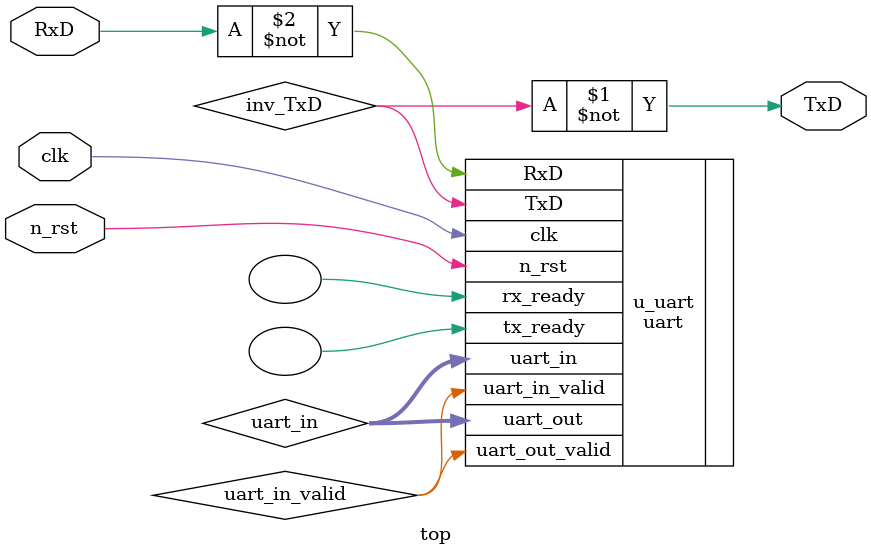
<source format=v>
module top(
    input clk,
    input n_rst,

    input RxD,
    output TxD
);
    localparam CLK_FREQ = 50_000_000;
    localparam BAUD_RATE = 9600;
    wire [7:0] uart_in;
    wire uart_in_valid;

    //RS-232 to CP210x Converting
    wire inv_TxD;
    assign TxD = ~inv_TxD;

    uart #(
        .CLK_FREQ(CLK_FREQ),
        .BAUD_RATE(BAUD_RATE)
    )u_uart(
    .clk (clk),
    .n_rst (n_rst),

    .uart_in (uart_in),
    .uart_in_valid (uart_in_valid),
    .rx_ready (),

    .uart_out (uart_in),
    .uart_out_valid (uart_in_valid),
    .tx_ready (),

    .RxD(~RxD), //CP210x to RS-232 Converting
    .TxD(inv_TxD)
);
endmodule
</source>
